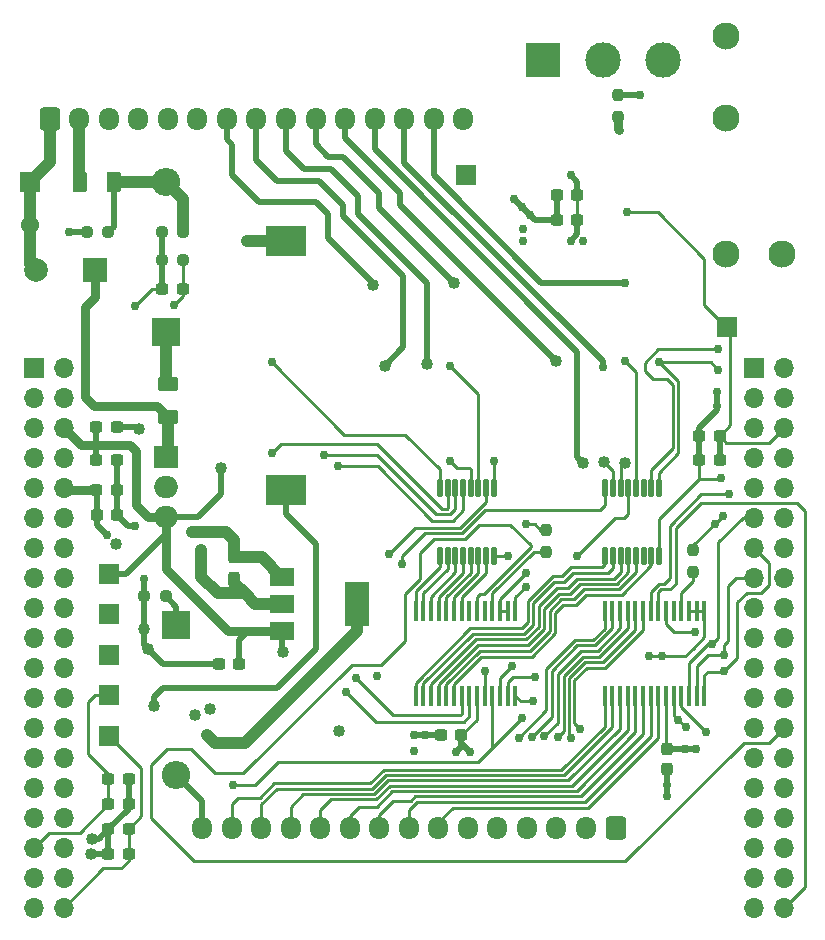
<source format=gtl>
%TF.GenerationSoftware,KiCad,Pcbnew,(5.99.0-13294-g19fc8c6d98)*%
%TF.CreationDate,2021-11-25T20:45:43+01:00*%
%TF.ProjectId,easyrelay,65617379-7265-46c6-9179-2e6b69636164,rev?*%
%TF.SameCoordinates,Original*%
%TF.FileFunction,Copper,L1,Top*%
%TF.FilePolarity,Positive*%
%FSLAX46Y46*%
G04 Gerber Fmt 4.6, Leading zero omitted, Abs format (unit mm)*
G04 Created by KiCad (PCBNEW (5.99.0-13294-g19fc8c6d98)) date 2021-11-25 20:45:43*
%MOMM*%
%LPD*%
G01*
G04 APERTURE LIST*
G04 Aperture macros list*
%AMRoundRect*
0 Rectangle with rounded corners*
0 $1 Rounding radius*
0 $2 $3 $4 $5 $6 $7 $8 $9 X,Y pos of 4 corners*
0 Add a 4 corners polygon primitive as box body*
4,1,4,$2,$3,$4,$5,$6,$7,$8,$9,$2,$3,0*
0 Add four circle primitives for the rounded corners*
1,1,$1+$1,$2,$3*
1,1,$1+$1,$4,$5*
1,1,$1+$1,$6,$7*
1,1,$1+$1,$8,$9*
0 Add four rect primitives between the rounded corners*
20,1,$1+$1,$2,$3,$4,$5,0*
20,1,$1+$1,$4,$5,$6,$7,0*
20,1,$1+$1,$6,$7,$8,$9,0*
20,1,$1+$1,$8,$9,$2,$3,0*%
G04 Aperture macros list end*
%TA.AperFunction,ComponentPad*%
%ADD10R,1.700000X1.700000*%
%TD*%
%TA.AperFunction,SMDPad,CuDef*%
%ADD11RoundRect,0.112500X0.112500X-0.637500X0.112500X0.637500X-0.112500X0.637500X-0.112500X-0.637500X0*%
%TD*%
%TA.AperFunction,ComponentPad*%
%ADD12O,1.700000X1.700000*%
%TD*%
%TA.AperFunction,SMDPad,CuDef*%
%ADD13R,3.500000X2.600000*%
%TD*%
%TA.AperFunction,SMDPad,CuDef*%
%ADD14RoundRect,0.237500X-0.250000X-0.237500X0.250000X-0.237500X0.250000X0.237500X-0.250000X0.237500X0*%
%TD*%
%TA.AperFunction,SMDPad,CuDef*%
%ADD15RoundRect,0.237500X0.300000X0.237500X-0.300000X0.237500X-0.300000X-0.237500X0.300000X-0.237500X0*%
%TD*%
%TA.AperFunction,SMDPad,CuDef*%
%ADD16RoundRect,0.237500X0.237500X-0.250000X0.237500X0.250000X-0.237500X0.250000X-0.237500X-0.250000X0*%
%TD*%
%TA.AperFunction,SMDPad,CuDef*%
%ADD17RoundRect,0.237500X0.237500X-0.300000X0.237500X0.300000X-0.237500X0.300000X-0.237500X-0.300000X0*%
%TD*%
%TA.AperFunction,SMDPad,CuDef*%
%ADD18RoundRect,0.237500X-0.237500X0.300000X-0.237500X-0.300000X0.237500X-0.300000X0.237500X0.300000X0*%
%TD*%
%TA.AperFunction,SMDPad,CuDef*%
%ADD19R,0.450000X1.750000*%
%TD*%
%TA.AperFunction,SMDPad,CuDef*%
%ADD20RoundRect,0.237500X0.250000X0.237500X-0.250000X0.237500X-0.250000X-0.237500X0.250000X-0.237500X0*%
%TD*%
%TA.AperFunction,SMDPad,CuDef*%
%ADD21R,2.000000X1.500000*%
%TD*%
%TA.AperFunction,SMDPad,CuDef*%
%ADD22R,2.000000X3.800000*%
%TD*%
%TA.AperFunction,ComponentPad*%
%ADD23R,2.400000X2.400000*%
%TD*%
%TA.AperFunction,ComponentPad*%
%ADD24O,2.400000X2.400000*%
%TD*%
%TA.AperFunction,SMDPad,CuDef*%
%ADD25RoundRect,0.237500X-0.300000X-0.237500X0.300000X-0.237500X0.300000X0.237500X-0.300000X0.237500X0*%
%TD*%
%TA.AperFunction,ComponentPad*%
%ADD26RoundRect,0.250000X0.600000X0.725000X-0.600000X0.725000X-0.600000X-0.725000X0.600000X-0.725000X0*%
%TD*%
%TA.AperFunction,ComponentPad*%
%ADD27O,1.700000X1.950000*%
%TD*%
%TA.AperFunction,SMDPad,CuDef*%
%ADD28RoundRect,0.250000X-0.375000X-0.625000X0.375000X-0.625000X0.375000X0.625000X-0.375000X0.625000X0*%
%TD*%
%TA.AperFunction,ComponentPad*%
%ADD29RoundRect,0.250000X-0.600000X-0.725000X0.600000X-0.725000X0.600000X0.725000X-0.600000X0.725000X0*%
%TD*%
%TA.AperFunction,SMDPad,CuDef*%
%ADD30RoundRect,0.250000X-0.625000X0.375000X-0.625000X-0.375000X0.625000X-0.375000X0.625000X0.375000X0*%
%TD*%
%TA.AperFunction,ComponentPad*%
%ADD31R,3.000000X3.000000*%
%TD*%
%TA.AperFunction,ComponentPad*%
%ADD32C,3.000000*%
%TD*%
%TA.AperFunction,ComponentPad*%
%ADD33C,2.300000*%
%TD*%
%TA.AperFunction,ComponentPad*%
%ADD34R,2.000000X2.000000*%
%TD*%
%TA.AperFunction,ComponentPad*%
%ADD35C,2.000000*%
%TD*%
%TA.AperFunction,ComponentPad*%
%ADD36R,2.000000X1.905000*%
%TD*%
%TA.AperFunction,ComponentPad*%
%ADD37O,2.000000X1.905000*%
%TD*%
%TA.AperFunction,ViaPad*%
%ADD38C,1.524000*%
%TD*%
%TA.AperFunction,ViaPad*%
%ADD39C,1.016000*%
%TD*%
%TA.AperFunction,ViaPad*%
%ADD40C,0.762000*%
%TD*%
%TA.AperFunction,ViaPad*%
%ADD41C,0.800000*%
%TD*%
%TA.AperFunction,Conductor*%
%ADD42C,1.016000*%
%TD*%
%TA.AperFunction,Conductor*%
%ADD43C,0.508000*%
%TD*%
%TA.AperFunction,Conductor*%
%ADD44C,0.254000*%
%TD*%
%TA.AperFunction,Conductor*%
%ADD45C,0.762000*%
%TD*%
G04 APERTURE END LIST*
D10*
%TO.P,TPGND,1,1*%
%TO.N,GND*%
X107900000Y-60300000D03*
%TD*%
%TO.P,TP5V,1,1*%
%TO.N,+5V*%
X114652000Y-93504000D03*
%TD*%
%TO.P,TP3V3,1,1*%
%TO.N,+3V3*%
X114652000Y-96933000D03*
%TD*%
%TO.P,TPRPM,1,1*%
%TO.N,Net-(R4-Pad2)*%
X114652000Y-100362000D03*
%TD*%
%TO.P,TPBAT,1,1*%
%TO.N,/VBAT*%
X114652000Y-103791000D03*
%TD*%
%TO.P,TPACC,1,1*%
%TO.N,/VACCU*%
X114652000Y-107220000D03*
%TD*%
%TO.P,J3,1,Pin_1*%
%TO.N,Net-(J2-Pad15)*%
X144800000Y-59722000D03*
%TD*%
%TO.P,TPCUR,1,1*%
%TO.N,/VCURRENT*%
X166900000Y-72600000D03*
%TD*%
D11*
%TO.P,U2,1,I1*%
%TO.N,/RIF_D*%
X156625000Y-91962500D03*
%TO.P,U2,2,I2*%
%TO.N,/RIB_D*%
X157275000Y-91962500D03*
%TO.P,U2,3,I3*%
%TO.N,/LIF_D*%
X157925000Y-91962500D03*
%TO.P,U2,4,I4*%
%TO.N,/LIB_D*%
X158575000Y-91962500D03*
%TO.P,U2,5,I5*%
%TO.N,/LIGHT_D*%
X159225000Y-91962500D03*
%TO.P,U2,6,I6*%
%TO.N,unconnected-(U2-Pad6)*%
X159875000Y-91962500D03*
%TO.P,U2,7,I7*%
%TO.N,/CLAXON_D*%
X160525000Y-91962500D03*
%TO.P,U2,8,GND*%
%TO.N,GND*%
X161175000Y-91962500D03*
%TO.P,U2,9,COM*%
%TO.N,+5V*%
X161175000Y-86237500D03*
%TO.P,U2,10,O7*%
%TO.N,/CLAXON_R*%
X160525000Y-86237500D03*
%TO.P,U2,11,O6*%
%TO.N,unconnected-(U2-Pad11)*%
X159875000Y-86237500D03*
%TO.P,U2,12,O5*%
%TO.N,/LIGHT_R*%
X159225000Y-86237500D03*
%TO.P,U2,13,O4*%
%TO.N,/LIB_R*%
X158575000Y-86237500D03*
%TO.P,U2,14,O3*%
%TO.N,/LIF_R*%
X157925000Y-86237500D03*
%TO.P,U2,15,O2*%
%TO.N,/RIB_R*%
X157275000Y-86237500D03*
%TO.P,U2,16,O1*%
%TO.N,/RIF_R*%
X156625000Y-86237500D03*
%TD*%
D10*
%TO.P,J4,1,Pin_1*%
%TO.N,unconnected-(J4-Pad1)*%
X108250000Y-76030000D03*
D12*
%TO.P,J4,2,Pin_2*%
%TO.N,unconnected-(J4-Pad2)*%
X110790000Y-76030000D03*
%TO.P,J4,3,Pin_3*%
%TO.N,unconnected-(J4-Pad3)*%
X108250000Y-78570000D03*
%TO.P,J4,4,Pin_4*%
%TO.N,unconnected-(J4-Pad4)*%
X110790000Y-78570000D03*
%TO.P,J4,5,Pin_5*%
%TO.N,unconnected-(J4-Pad5)*%
X108250000Y-81110000D03*
%TO.P,J4,6,Pin_6*%
%TO.N,+5V*%
X110790000Y-81110000D03*
%TO.P,J4,7,Pin_7*%
%TO.N,unconnected-(J4-Pad7)*%
X108250000Y-83650000D03*
%TO.P,J4,8,Pin_8*%
%TO.N,GND*%
X110790000Y-83650000D03*
%TO.P,J4,9,Pin_9*%
%TO.N,/XTRA4_D*%
X108250000Y-86190000D03*
%TO.P,J4,10,Pin_10*%
%TO.N,+3V3*%
X110790000Y-86190000D03*
%TO.P,J4,11,Pin_11*%
%TO.N,/XTRA5_D*%
X108250000Y-88730000D03*
%TO.P,J4,12,Pin_12*%
%TO.N,unconnected-(J4-Pad12)*%
X110790000Y-88730000D03*
%TO.P,J4,13,Pin_13*%
%TO.N,unconnected-(J4-Pad13)*%
X108250000Y-91270000D03*
%TO.P,J4,14,Pin_14*%
%TO.N,unconnected-(J4-Pad14)*%
X110790000Y-91270000D03*
%TO.P,J4,15,Pin_15*%
%TO.N,unconnected-(J4-Pad15)*%
X108250000Y-93810000D03*
%TO.P,J4,16,Pin_16*%
%TO.N,unconnected-(J4-Pad16)*%
X110790000Y-93810000D03*
%TO.P,J4,17,Pin_17*%
%TO.N,unconnected-(J4-Pad17)*%
X108250000Y-96350000D03*
%TO.P,J4,18,Pin_18*%
%TO.N,unconnected-(J4-Pad18)*%
X110790000Y-96350000D03*
%TO.P,J4,19,Pin_19*%
%TO.N,GND*%
X108250000Y-98890000D03*
%TO.P,J4,20,Pin_20*%
X110790000Y-98890000D03*
%TO.P,J4,21,Pin_21*%
%TO.N,unconnected-(J4-Pad21)*%
X108250000Y-101430000D03*
%TO.P,J4,22,Pin_22*%
%TO.N,GND*%
X110790000Y-101430000D03*
%TO.P,J4,23,Pin_23*%
%TO.N,unconnected-(J4-Pad23)*%
X108250000Y-103970000D03*
%TO.P,J4,24,Pin_24*%
%TO.N,unconnected-(J4-Pad24)*%
X110790000Y-103970000D03*
%TO.P,J4,25,Pin_25*%
%TO.N,unconnected-(J4-Pad25)*%
X108250000Y-106510000D03*
%TO.P,J4,26,Pin_26*%
%TO.N,unconnected-(J4-Pad26)*%
X110790000Y-106510000D03*
%TO.P,J4,27,Pin_27*%
%TO.N,unconnected-(J4-Pad27)*%
X108250000Y-109050000D03*
%TO.P,J4,28,Pin_28*%
%TO.N,unconnected-(J4-Pad28)*%
X110790000Y-109050000D03*
%TO.P,J4,29,Pin_29*%
%TO.N,unconnected-(J4-Pad29)*%
X108250000Y-111590000D03*
%TO.P,J4,30,Pin_30*%
%TO.N,unconnected-(J4-Pad30)*%
X110790000Y-111590000D03*
%TO.P,J4,31,Pin_31*%
%TO.N,unconnected-(J4-Pad31)*%
X108250000Y-114130000D03*
%TO.P,J4,32,Pin_32*%
%TO.N,/SPI1_CS*%
X110790000Y-114130000D03*
%TO.P,J4,33,Pin_33*%
%TO.N,/VBAT*%
X108250000Y-116670000D03*
%TO.P,J4,34,Pin_34*%
%TO.N,unconnected-(J4-Pad34)*%
X110790000Y-116670000D03*
%TO.P,J4,35,Pin_35*%
%TO.N,unconnected-(J4-Pad35)*%
X108250000Y-119210000D03*
%TO.P,J4,36,Pin_36*%
%TO.N,unconnected-(J4-Pad36)*%
X110790000Y-119210000D03*
%TO.P,J4,37,Pin_37*%
%TO.N,unconnected-(J4-Pad37)*%
X108250000Y-121750000D03*
%TO.P,J4,38,Pin_38*%
%TO.N,/VACCU*%
X110790000Y-121750000D03*
%TD*%
D13*
%TO.P,BT1,1,+*%
%TO.N,/VBAT*%
X129638000Y-86410000D03*
%TO.P,BT1,2,-*%
%TO.N,GND*%
X129638000Y-65310000D03*
%TD*%
D14*
%TO.P,R2,1*%
%TO.N,/VACCU*%
X119073500Y-66961000D03*
%TO.P,R2,2*%
%TO.N,GND*%
X120898500Y-66961000D03*
%TD*%
D15*
%TO.P,C18,1*%
%TO.N,/VACCU*%
X116276500Y-115094000D03*
%TO.P,C18,2*%
%TO.N,GND*%
X114551500Y-115094000D03*
%TD*%
D16*
%TO.P,R8,1*%
%TO.N,Net-(R8-Pad1)*%
X151650000Y-91612500D03*
%TO.P,R8,2*%
%TO.N,+3V3*%
X151650000Y-89787500D03*
%TD*%
D15*
%TO.P,C4,1*%
%TO.N,+5V*%
X125610000Y-101120000D03*
%TO.P,C4,2*%
%TO.N,GND*%
X123885000Y-101120000D03*
%TD*%
D17*
%TO.P,C5,1*%
%TO.N,+3V3*%
X125180000Y-93822500D03*
%TO.P,C5,2*%
%TO.N,GND*%
X125180000Y-92097500D03*
%TD*%
D18*
%TO.P,C2,1*%
%TO.N,+3V3*%
X161840000Y-108287500D03*
%TO.P,C2,2*%
%TO.N,GND*%
X161840000Y-110012500D03*
%TD*%
D19*
%TO.P,U9,1,GPB0*%
%TO.N,/RIF_D*%
X140575000Y-103800000D03*
%TO.P,U9,2,GPB1*%
%TO.N,/RIB_D*%
X141225000Y-103800000D03*
%TO.P,U9,3,GPB2*%
%TO.N,/LIF_D*%
X141875000Y-103800000D03*
%TO.P,U9,4,GPB3*%
%TO.N,/LIB_D*%
X142525000Y-103800000D03*
%TO.P,U9,5,GPB4*%
%TO.N,/LIGHT_D*%
X143175000Y-103800000D03*
%TO.P,U9,6,GPB5*%
%TO.N,/CLAXON_D*%
X143825000Y-103800000D03*
%TO.P,U9,7,GPB6*%
%TO.N,/XTRA4_D*%
X144475000Y-103800000D03*
%TO.P,U9,8,GPB7*%
%TO.N,/XTRA5_D*%
X145125000Y-103800000D03*
%TO.P,U9,9,VDD*%
%TO.N,+3V3*%
X145775000Y-103800000D03*
%TO.P,U9,10,VSS*%
%TO.N,GND*%
X146425000Y-103800000D03*
%TO.P,U9,11,~{CS}*%
%TO.N,/SPI1_CS*%
X147075000Y-103800000D03*
%TO.P,U9,12,SCK*%
%TO.N,/SPI1_SCK*%
X147725000Y-103800000D03*
%TO.P,U9,13,SI*%
%TO.N,/SPI1_MOSI*%
X148375000Y-103800000D03*
%TO.P,U9,14,SO*%
%TO.N,/SPI1_MISO*%
X149025000Y-103800000D03*
%TO.P,U9,15,A0*%
%TO.N,+3V3*%
X149025000Y-96600000D03*
%TO.P,U9,16,A1*%
%TO.N,GND*%
X148375000Y-96600000D03*
%TO.P,U9,17,A2*%
X147725000Y-96600000D03*
%TO.P,U9,18,~{RESET}*%
%TO.N,Net-(R8-Pad1)*%
X147075000Y-96600000D03*
%TO.P,U9,19,INTB*%
%TO.N,unconnected-(U9-Pad19)*%
X146425000Y-96600000D03*
%TO.P,U9,20,INTA*%
%TO.N,/INT_RELAYS*%
X145775000Y-96600000D03*
%TO.P,U9,21,GPA0*%
%TO.N,unconnected-(U9-Pad21)*%
X145125000Y-96600000D03*
%TO.P,U9,22,GPA1*%
%TO.N,/XTRA3_D*%
X144475000Y-96600000D03*
%TO.P,U9,23,GPA2*%
%TO.N,/PILOT_D*%
X143825000Y-96600000D03*
%TO.P,U9,24,GPA3*%
%TO.N,/XTRA2_D*%
X143175000Y-96600000D03*
%TO.P,U9,25,GPA4*%
%TO.N,/XTRA1_D*%
X142525000Y-96600000D03*
%TO.P,U9,26,GPA5*%
%TO.N,/PITSTA_D*%
X141875000Y-96600000D03*
%TO.P,U9,27,GPA6*%
%TO.N,/PITIND_D*%
X141225000Y-96600000D03*
%TO.P,U9,28,GPA7*%
%TO.N,/BRAKE_D*%
X140575000Y-96600000D03*
%TD*%
D16*
%TO.P,R3,1*%
%TO.N,Net-(R3-Pad1)*%
X164100009Y-93312489D03*
%TO.P,R3,2*%
%TO.N,+3V3*%
X164100009Y-91487489D03*
%TD*%
D20*
%TO.P,RV2,1*%
%TO.N,Net-(D2-Pad1)*%
X119412500Y-95410000D03*
%TO.P,RV2,2*%
%TO.N,GND*%
X117587500Y-95410000D03*
%TD*%
D21*
%TO.P,U3,1,GND*%
%TO.N,GND*%
X129282000Y-93744000D03*
D22*
%TO.P,U3,2,VO*%
%TO.N,+3V3*%
X135582000Y-96044000D03*
D21*
X129282000Y-96044000D03*
%TO.P,U3,3,VI*%
%TO.N,+5V*%
X129282000Y-98344000D03*
%TD*%
D15*
%TO.P,C13,1*%
%TO.N,GND*%
X115259834Y-86392000D03*
%TO.P,C13,2*%
%TO.N,+3V3*%
X113534834Y-86392000D03*
%TD*%
%TO.P,C14,1*%
%TO.N,GND*%
X115332500Y-88500000D03*
%TO.P,C14,2*%
%TO.N,+3V3*%
X113607500Y-88500000D03*
%TD*%
D23*
%TO.P,D2,1,K*%
%TO.N,Net-(D2-Pad1)*%
X120300000Y-97850000D03*
D24*
%TO.P,D2,2,A*%
%TO.N,/RPM_IN*%
X120300000Y-110550000D03*
%TD*%
D25*
%TO.P,C10,1*%
%TO.N,+5V*%
X113536166Y-81058000D03*
%TO.P,C10,2*%
%TO.N,GND*%
X115261166Y-81058000D03*
%TD*%
%TO.P,C12,1*%
%TO.N,GND*%
X164589500Y-81820000D03*
%TO.P,C12,2*%
%TO.N,/VCURRENT*%
X166314500Y-81820000D03*
%TD*%
D26*
%TO.P,J5,1,Pin_1*%
%TO.N,/S_XTRA1*%
X157500000Y-115000000D03*
D27*
%TO.P,J5,2,Pin_2*%
%TO.N,/S_ALARM*%
X155000000Y-115000000D03*
%TO.P,J5,3,Pin_3*%
%TO.N,/S_WARNING*%
X152500000Y-115000000D03*
%TO.P,J5,4,Pin_4*%
%TO.N,/S_IGN*%
X150000000Y-115000000D03*
%TO.P,J5,5,Pin_5*%
%TO.N,/S_LIGHT*%
X147500000Y-115000000D03*
%TO.P,J5,6,Pin_6*%
%TO.N,/S_PILOT*%
X145000000Y-115000000D03*
%TO.P,J5,7,Pin_7*%
%TO.N,/S_CLAXON*%
X142500000Y-115000000D03*
%TO.P,J5,8,Pin_8*%
%TO.N,/S_RI*%
X140000000Y-115000000D03*
%TO.P,J5,9,Pin_9*%
%TO.N,/S_LI*%
X137500000Y-115000000D03*
%TO.P,J5,10,Pin_10*%
%TO.N,/S_BRAKE*%
X135000000Y-115000000D03*
%TO.P,J5,11,Pin_11*%
%TO.N,/S_G4*%
X132500000Y-115000000D03*
%TO.P,J5,12,Pin_12*%
%TO.N,/S_G3*%
X130000000Y-115000000D03*
%TO.P,J5,13,Pin_13*%
%TO.N,/S_G2*%
X127500000Y-115000000D03*
%TO.P,J5,14,Pin_14*%
%TO.N,/S_G1*%
X125000000Y-115000000D03*
%TO.P,J5,15,Pin_15*%
%TO.N,/RPM_IN*%
X122500000Y-115000000D03*
%TD*%
D11*
%TO.P,U5,1,I1*%
%TO.N,/BRAKE_D*%
X142625000Y-91962500D03*
%TO.P,U5,2,I2*%
%TO.N,/PITIND_D*%
X143275000Y-91962500D03*
%TO.P,U5,3,I3*%
%TO.N,/PITSTA_D*%
X143925000Y-91962500D03*
%TO.P,U5,4,I4*%
%TO.N,/XTRA1_D*%
X144575000Y-91962500D03*
%TO.P,U5,5,I5*%
%TO.N,/XTRA2_D*%
X145225000Y-91962500D03*
%TO.P,U5,6,I6*%
%TO.N,/PILOT_D*%
X145875000Y-91962500D03*
%TO.P,U5,7,I7*%
%TO.N,/XTRA3_D*%
X146525000Y-91962500D03*
%TO.P,U5,8,GND*%
%TO.N,GND*%
X147175000Y-91962500D03*
%TO.P,U5,9,COM*%
%TO.N,+5V*%
X147175000Y-86237500D03*
%TO.P,U5,10,O7*%
%TO.N,/XTRA3_R*%
X146525000Y-86237500D03*
%TO.P,U5,11,O6*%
%TO.N,/PILOT_R*%
X145875000Y-86237500D03*
%TO.P,U5,12,O5*%
%TO.N,/XTRA2_R*%
X145225000Y-86237500D03*
%TO.P,U5,13,O4*%
%TO.N,/XTRA1_R*%
X144575000Y-86237500D03*
%TO.P,U5,14,O3*%
%TO.N,/PITSTA_R*%
X143925000Y-86237500D03*
%TO.P,U5,15,O2*%
%TO.N,/PITIND_R*%
X143275000Y-86237500D03*
%TO.P,U5,16,O1*%
%TO.N,/BRAKE_R*%
X142625000Y-86237500D03*
%TD*%
D15*
%TO.P,C15,1*%
%TO.N,/VCURRENT*%
X166314500Y-83819531D03*
%TO.P,C15,2*%
%TO.N,GND*%
X164589500Y-83819531D03*
%TD*%
D28*
%TO.P,F1,1*%
%TO.N,+12P*%
X112200000Y-60300000D03*
%TO.P,F1,2*%
%TO.N,Net-(D1-Pad2)*%
X115000000Y-60300000D03*
%TD*%
D20*
%TO.P,R1,1*%
%TO.N,Net-(D1-Pad2)*%
X120898500Y-64548000D03*
%TO.P,R1,2*%
%TO.N,/VACCU*%
X119073500Y-64548000D03*
%TD*%
D25*
%TO.P,C16,1*%
%TO.N,/VBAT*%
X114551500Y-110894000D03*
%TO.P,C16,2*%
%TO.N,GND*%
X116276500Y-110894000D03*
%TD*%
%TO.P,C17,1*%
%TO.N,/VBAT*%
X114551500Y-112994000D03*
%TO.P,C17,2*%
%TO.N,GND*%
X116276500Y-112994000D03*
%TD*%
D15*
%TO.P,C9,1*%
%TO.N,+3V3*%
X154262500Y-61432000D03*
%TO.P,C9,2*%
%TO.N,GND*%
X152537500Y-61432000D03*
%TD*%
D25*
%TO.P,C8,1*%
%TO.N,GND*%
X152537500Y-63532000D03*
%TO.P,C8,2*%
%TO.N,+3V3*%
X154262500Y-63532000D03*
%TD*%
%TO.P,C11,1*%
%TO.N,+5V*%
X113535500Y-83852000D03*
%TO.P,C11,2*%
%TO.N,GND*%
X115260500Y-83852000D03*
%TD*%
D10*
%TO.P,J6,1,Pin_1*%
%TO.N,unconnected-(J6-Pad1)*%
X169210000Y-76030000D03*
D12*
%TO.P,J6,2,Pin_2*%
%TO.N,unconnected-(J6-Pad2)*%
X171750000Y-76030000D03*
%TO.P,J6,3,Pin_3*%
%TO.N,unconnected-(J6-Pad3)*%
X169210000Y-78570000D03*
%TO.P,J6,4,Pin_4*%
%TO.N,unconnected-(J6-Pad4)*%
X171750000Y-78570000D03*
%TO.P,J6,5,Pin_5*%
%TO.N,unconnected-(J6-Pad5)*%
X169210000Y-81110000D03*
%TO.P,J6,6,Pin_6*%
%TO.N,/VCURRENT*%
X171750000Y-81110000D03*
%TO.P,J6,7,Pin_7*%
%TO.N,unconnected-(J6-Pad7)*%
X169210000Y-83650000D03*
%TO.P,J6,8,Pin_8*%
%TO.N,unconnected-(J6-Pad8)*%
X171750000Y-83650000D03*
%TO.P,J6,9,Pin_9*%
%TO.N,GND*%
X169210000Y-86190000D03*
%TO.P,J6,10,Pin_10*%
%TO.N,unconnected-(J6-Pad10)*%
X171750000Y-86190000D03*
%TO.P,J6,11,Pin_11*%
%TO.N,/SPI1_SCK*%
X169210000Y-88730000D03*
%TO.P,J6,12,Pin_12*%
%TO.N,unconnected-(J6-Pad12)*%
X171750000Y-88730000D03*
%TO.P,J6,13,Pin_13*%
%TO.N,/SPI1_MISO*%
X169210000Y-91270000D03*
%TO.P,J6,14,Pin_14*%
%TO.N,unconnected-(J6-Pad14)*%
X171750000Y-91270000D03*
%TO.P,J6,15,Pin_15*%
%TO.N,/SPI1_MOSI*%
X169210000Y-93810000D03*
%TO.P,J6,16,Pin_16*%
%TO.N,unconnected-(J6-Pad16)*%
X171750000Y-93810000D03*
%TO.P,J6,17,Pin_17*%
%TO.N,unconnected-(J6-Pad17)*%
X169210000Y-96350000D03*
%TO.P,J6,18,Pin_18*%
%TO.N,unconnected-(J6-Pad18)*%
X171750000Y-96350000D03*
%TO.P,J6,19,Pin_19*%
%TO.N,unconnected-(J6-Pad19)*%
X169210000Y-98890000D03*
%TO.P,J6,20,Pin_20*%
%TO.N,GND*%
X171750000Y-98890000D03*
%TO.P,J6,21,Pin_21*%
%TO.N,unconnected-(J6-Pad21)*%
X169210000Y-101430000D03*
%TO.P,J6,22,Pin_22*%
%TO.N,unconnected-(J6-Pad22)*%
X171750000Y-101430000D03*
%TO.P,J6,23,Pin_23*%
%TO.N,unconnected-(J6-Pad23)*%
X169210000Y-103970000D03*
%TO.P,J6,24,Pin_24*%
%TO.N,/INT_SENSES*%
X171750000Y-103970000D03*
%TO.P,J6,25,Pin_25*%
%TO.N,unconnected-(J6-Pad25)*%
X169210000Y-106510000D03*
%TO.P,J6,26,Pin_26*%
%TO.N,/INT_RELAYS*%
X171750000Y-106510000D03*
%TO.P,J6,27,Pin_27*%
%TO.N,unconnected-(J6-Pad27)*%
X169210000Y-109050000D03*
%TO.P,J6,28,Pin_28*%
%TO.N,unconnected-(J6-Pad28)*%
X171750000Y-109050000D03*
%TO.P,J6,29,Pin_29*%
%TO.N,unconnected-(J6-Pad29)*%
X169210000Y-111590000D03*
%TO.P,J6,30,Pin_30*%
%TO.N,unconnected-(J6-Pad30)*%
X171750000Y-111590000D03*
%TO.P,J6,31,Pin_31*%
%TO.N,unconnected-(J6-Pad31)*%
X169210000Y-114130000D03*
%TO.P,J6,32,Pin_32*%
%TO.N,unconnected-(J6-Pad32)*%
X171750000Y-114130000D03*
%TO.P,J6,33,Pin_33*%
%TO.N,unconnected-(J6-Pad33)*%
X169210000Y-116670000D03*
%TO.P,J6,34,Pin_34*%
%TO.N,/RPM_OUT*%
X171750000Y-116670000D03*
%TO.P,J6,35,Pin_35*%
%TO.N,unconnected-(J6-Pad35)*%
X169210000Y-119210000D03*
%TO.P,J6,36,Pin_36*%
%TO.N,/S_XTRA2*%
X171750000Y-119210000D03*
%TO.P,J6,37,Pin_37*%
%TO.N,unconnected-(J6-Pad37)*%
X169210000Y-121750000D03*
%TO.P,J6,38,Pin_38*%
%TO.N,/S_XTRA3*%
X171750000Y-121750000D03*
%TD*%
D20*
%TO.P,RV1,1*%
%TO.N,Net-(D1-Pad2)*%
X114548500Y-64548000D03*
%TO.P,RV1,2*%
%TO.N,GND*%
X112723500Y-64548000D03*
%TD*%
D19*
%TO.P,U4,1,GPB0*%
%TO.N,/S_G1*%
X156575000Y-103800000D03*
%TO.P,U4,2,GPB1*%
%TO.N,/S_G2*%
X157225000Y-103800000D03*
%TO.P,U4,3,GPB2*%
%TO.N,/S_G3*%
X157875000Y-103800000D03*
%TO.P,U4,4,GPB3*%
%TO.N,/S_G4*%
X158525000Y-103800000D03*
%TO.P,U4,5,GPB4*%
%TO.N,/S_BRAKE*%
X159175000Y-103800000D03*
%TO.P,U4,6,GPB5*%
%TO.N,/S_LI*%
X159825000Y-103800000D03*
%TO.P,U4,7,GPB6*%
%TO.N,/S_RI*%
X160475000Y-103800000D03*
%TO.P,U4,8,GPB7*%
%TO.N,/S_CLAXON*%
X161125000Y-103800000D03*
%TO.P,U4,9,VDD*%
%TO.N,+3V3*%
X161775000Y-103800000D03*
%TO.P,U4,10,VSS*%
%TO.N,GND*%
X162425000Y-103800000D03*
%TO.P,U4,11,~{CS}*%
%TO.N,/SPI1_CS*%
X163075000Y-103800000D03*
%TO.P,U4,12,SCK*%
%TO.N,/SPI1_SCK*%
X163725000Y-103800000D03*
%TO.P,U4,13,SI*%
%TO.N,/SPI1_MOSI*%
X164375000Y-103800000D03*
%TO.P,U4,14,SO*%
%TO.N,/SPI1_MISO*%
X165025000Y-103800000D03*
%TO.P,U4,15,A0*%
%TO.N,GND*%
X165025000Y-96600000D03*
%TO.P,U4,16,A1*%
X164375000Y-96600000D03*
%TO.P,U4,17,A2*%
X163725000Y-96600000D03*
%TO.P,U4,18,~{RESET}*%
%TO.N,Net-(R3-Pad1)*%
X163075000Y-96600000D03*
%TO.P,U4,19,INTB*%
%TO.N,unconnected-(U4-Pad19)*%
X162425000Y-96600000D03*
%TO.P,U4,20,INTA*%
%TO.N,/INT_SENSES*%
X161775000Y-96600000D03*
%TO.P,U4,21,GPA0*%
%TO.N,/S_XTRA3*%
X161125000Y-96600000D03*
%TO.P,U4,22,GPA1*%
%TO.N,/S_XTRA2*%
X160475000Y-96600000D03*
%TO.P,U4,23,GPA2*%
%TO.N,/S_XTRA1*%
X159825000Y-96600000D03*
%TO.P,U4,24,GPA3*%
%TO.N,/S_ALARM*%
X159175000Y-96600000D03*
%TO.P,U4,25,GPA4*%
%TO.N,/S_WARNING*%
X158525000Y-96600000D03*
%TO.P,U4,26,GPA5*%
%TO.N,/S_IGN*%
X157875000Y-96600000D03*
%TO.P,U4,27,GPA6*%
%TO.N,/S_LIGHT*%
X157225000Y-96600000D03*
%TO.P,U4,28,GPA7*%
%TO.N,/S_PILOT*%
X156575000Y-96600000D03*
%TD*%
D25*
%TO.P,C3,1*%
%TO.N,/VACCU*%
X119123500Y-69374000D03*
%TO.P,C3,2*%
%TO.N,GND*%
X120848500Y-69374000D03*
%TD*%
D29*
%TO.P,J2,1,Pin_1*%
%TO.N,GND*%
X109600000Y-55000000D03*
D27*
%TO.P,J2,2,Pin_2*%
%TO.N,+12P*%
X112100000Y-55000000D03*
%TO.P,J2,3,Pin_3*%
%TO.N,/R_XTRA1*%
X114600000Y-55000000D03*
%TO.P,J2,4,Pin_4*%
%TO.N,/R_PITSTA*%
X117100000Y-55000000D03*
%TO.P,J2,5,Pin_5*%
%TO.N,/R_PITIND*%
X119600000Y-55000000D03*
%TO.P,J2,6,Pin_6*%
%TO.N,/R_BRAKE*%
X122100000Y-55000000D03*
%TO.P,J2,7,Pin_7*%
%TO.N,/R_RIF*%
X124600000Y-55000000D03*
%TO.P,J2,8,Pin_8*%
%TO.N,/R_XTRA3*%
X127100000Y-55000000D03*
%TO.P,J2,9,Pin_9*%
%TO.N,/R_XTRA2*%
X129600000Y-55000000D03*
%TO.P,J2,10,Pin_10*%
%TO.N,/R_PILOT*%
X132100000Y-55000000D03*
%TO.P,J2,11,Pin_11*%
%TO.N,/R_LIB*%
X134600000Y-55000000D03*
%TO.P,J2,12,Pin_12*%
%TO.N,/R_LIF*%
X137100000Y-55000000D03*
%TO.P,J2,13,Pin_13*%
%TO.N,/R_RIB*%
X139600000Y-55000000D03*
%TO.P,J2,14,Pin_14*%
%TO.N,/R_LIGHT*%
X142100000Y-55000000D03*
%TO.P,J2,15,Pin_15*%
%TO.N,Net-(J2-Pad15)*%
X144600000Y-55000000D03*
%TD*%
D25*
%TO.P,C19,1*%
%TO.N,GND*%
X114551500Y-117194000D03*
%TO.P,C19,2*%
%TO.N,/VACCU*%
X116276500Y-117194000D03*
%TD*%
D30*
%TO.P,F2,1*%
%TO.N,Net-(D1-Pad1)*%
X119600000Y-77400000D03*
%TO.P,F2,2*%
%TO.N,Net-(C1-Pad1)*%
X119600000Y-80200000D03*
%TD*%
D15*
%TO.P,C7,1*%
%TO.N,+3V3*%
X144442500Y-107180000D03*
%TO.P,C7,2*%
%TO.N,GND*%
X142717500Y-107180000D03*
%TD*%
D16*
%TO.P,RV3,1*%
%TO.N,Net-(F3-Pad2)*%
X157700000Y-54812500D03*
%TO.P,RV3,2*%
%TO.N,GND*%
X157700000Y-52987500D03*
%TD*%
D31*
%TO.P,J1,1,Pin_1*%
%TO.N,+12L*%
X151387500Y-50000000D03*
D32*
%TO.P,J1,2,Pin_2*%
%TO.N,GND*%
X156467500Y-50000000D03*
%TO.P,J1,3,Pin_3*%
%TO.N,/R_CLAXON*%
X161547500Y-50000000D03*
%TD*%
D33*
%TO.P,K13,1*%
%TO.N,/CLAXON_R*%
X166862500Y-66425000D03*
%TO.P,K13,2*%
%TO.N,+12V*%
X166862500Y-54925000D03*
%TO.P,K13,3*%
%TO.N,/R_CLAXON*%
X166862500Y-47925000D03*
%TO.P,K13,4*%
%TO.N,+5V*%
X171562500Y-66425000D03*
%TD*%
D34*
%TO.P,C1,1*%
%TO.N,Net-(C1-Pad1)*%
X113467677Y-67800000D03*
D35*
%TO.P,C1,2*%
%TO.N,GND*%
X108467677Y-67800000D03*
%TD*%
D36*
%TO.P,U1,1,IN*%
%TO.N,Net-(C1-Pad1)*%
X119450000Y-83600000D03*
D37*
%TO.P,U1,2,GND*%
%TO.N,GND*%
X119450000Y-86140000D03*
%TO.P,U1,3,OUT*%
%TO.N,+5V*%
X119450000Y-88680000D03*
%TD*%
D23*
%TO.P,D1,1,K*%
%TO.N,Net-(D1-Pad1)*%
X119478000Y-73050000D03*
D24*
%TO.P,D1,2,A*%
%TO.N,Net-(D1-Pad2)*%
X119478000Y-60350000D03*
%TD*%
D38*
%TO.N,GND*%
X107900000Y-64000000D03*
D39*
%TO.N,+3V3*%
X115200000Y-90980000D03*
D40*
%TO.N,GND*%
X116840000Y-89420000D03*
X166420000Y-85380000D03*
X162790000Y-105830000D03*
X163440000Y-106480000D03*
X161400000Y-100470000D03*
X160370000Y-100470000D03*
X149960000Y-93420000D03*
X148360000Y-91970000D03*
X146430000Y-101710000D03*
X140396283Y-108473717D03*
X137317768Y-102120741D03*
D39*
X134100000Y-106810000D03*
X121883250Y-105473250D03*
X123196000Y-104934000D03*
X117587500Y-98140000D03*
X117905000Y-99845000D03*
X113139999Y-115910000D03*
X113050000Y-117210000D03*
X117190000Y-81260000D03*
X122830000Y-89950000D03*
X121670000Y-89950000D03*
X126532500Y-92097500D03*
X127715000Y-92275000D03*
D40*
%TO.N,/XTRA1_R*%
X133990000Y-84370000D03*
%TO.N,GND*%
X117590000Y-93960000D03*
%TO.N,+3V3*%
X145162616Y-108574293D03*
X144020000Y-108570000D03*
%TO.N,GND*%
X141410000Y-107180000D03*
X140396283Y-107176500D03*
%TO.N,+3V3*%
X149950000Y-89310000D03*
X149910000Y-94590000D03*
%TO.N,GND*%
X161850000Y-111370000D03*
X161840000Y-112296881D03*
%TO.N,+3V3*%
X163362500Y-108287500D03*
X164307308Y-108299653D03*
X165920000Y-89250000D03*
X166590000Y-88580000D03*
%TO.N,GND*%
X166130000Y-79300000D03*
X166130000Y-78140000D03*
%TO.N,+3V3*%
X154774989Y-65325011D03*
%TO.N,GND*%
X149690000Y-65300000D03*
X149690000Y-64330000D03*
X159587500Y-52987500D03*
%TO.N,+3V3*%
X153710000Y-59730000D03*
X153695000Y-65325000D03*
%TO.N,GND*%
X150300000Y-63130000D03*
X149615000Y-62445000D03*
X148940000Y-61770000D03*
X120110000Y-70730000D03*
X111192000Y-64548000D03*
D39*
X126280000Y-65310000D03*
D40*
%TO.N,+3V3*%
X114420000Y-90200000D03*
D39*
%TO.N,/VBAT*%
X118462000Y-104680000D03*
D40*
%TO.N,/VACCU*%
X116799999Y-70800007D03*
%TO.N,+5V*%
X147199992Y-83900006D03*
D39*
X124100000Y-84500000D03*
X129370000Y-100130000D03*
D40*
X161199989Y-75599997D03*
X166200005Y-76199996D03*
D39*
%TO.N,+3V3*%
X122390000Y-91470000D03*
X122390000Y-92640000D03*
X125420000Y-107790000D03*
X122900000Y-107130000D03*
X126615000Y-107335000D03*
X124050000Y-107790000D03*
D40*
%TO.N,/VCURRENT*%
X158499995Y-62899997D03*
%TO.N,/LIGHT_R*%
X158299995Y-75499997D03*
%TO.N,/PILOT_R*%
X143499999Y-75899997D03*
%TO.N,/BRAKE_R*%
X128399999Y-75599997D03*
D39*
%TO.N,/RIB_R*%
X156500000Y-84000000D03*
D40*
%TO.N,/XTRA2_R*%
X143499999Y-83900006D03*
%TO.N,/PITIND_R*%
X128399999Y-83300007D03*
D39*
%TO.N,/LIF_R*%
X158300000Y-84100000D03*
D40*
%TO.N,/XTRA3_R*%
X138300010Y-91799990D03*
%TO.N,/PITSTA_R*%
X132799995Y-83400007D03*
%TO.N,/LIB_R*%
X154230001Y-92020005D03*
%TO.N,/RIF_R*%
X139400007Y-92634507D03*
%TO.N,/CLAXON_R*%
X166200005Y-74499999D03*
D41*
%TO.N,Net-(F3-Pad2)*%
X157832000Y-55912000D03*
D39*
%TO.N,/R_RIF*%
X137000000Y-69000000D03*
%TO.N,/R_XTRA3*%
X137961500Y-75900000D03*
%TO.N,/R_XTRA2*%
X141576000Y-75724000D03*
%TO.N,/R_PILOT*%
X143862000Y-68866000D03*
%TO.N,/R_LIB*%
X152498000Y-75470000D03*
%TO.N,/R_LIF*%
X154784000Y-84106000D03*
D40*
%TO.N,/R_RIB*%
X156399999Y-75999996D03*
%TO.N,/R_LIGHT*%
X158340000Y-68866000D03*
%TO.N,/SPI1_CS*%
X149600000Y-105700000D03*
X125070000Y-111340000D03*
X165180000Y-106870000D03*
%TO.N,/S_XTRA1*%
X154500000Y-106600000D03*
%TO.N,/S_ALARM*%
X153700000Y-107400000D03*
%TO.N,/S_WARNING*%
X152600000Y-107300000D03*
%TO.N,/S_IGN*%
X151450279Y-107250279D03*
%TO.N,/S_PILOT*%
X149300000Y-107400000D03*
%TO.N,/SPI1_SCK*%
X165700000Y-99400000D03*
X148700000Y-101300000D03*
%TO.N,/SPI1_MISO*%
X166700000Y-101700000D03*
X150500000Y-104300000D03*
%TO.N,/SPI1_MOSI*%
X150700000Y-102200000D03*
X166700000Y-100400000D03*
%TO.N,/INT_SENSES*%
X164230000Y-98440000D03*
%TO.N,/S_XTRA2*%
X167080000Y-86772500D03*
%TO.N,/XTRA5_D*%
X134660000Y-103460000D03*
%TO.N,/S_LIGHT*%
X150400279Y-107300279D03*
%TO.N,/XTRA4_D*%
X135490000Y-102280000D03*
%TD*%
D42*
%TO.N,GND*%
X107900000Y-64000000D02*
X107900000Y-67232323D01*
X107900000Y-60300000D02*
X107900000Y-64000000D01*
X107900000Y-67232323D02*
X108467677Y-67800000D01*
X109600000Y-55000000D02*
X109600000Y-58600000D01*
X109600000Y-58600000D02*
X107900000Y-60300000D01*
D43*
X115259834Y-86392000D02*
X115259834Y-88427334D01*
X161850000Y-111370000D02*
X161840000Y-111380000D01*
X161840000Y-111380000D02*
X161840000Y-112296881D01*
X117587500Y-98140000D02*
X117587500Y-95410000D01*
D44*
%TO.N,/INT_RELAYS*%
X139660000Y-95198626D02*
X139660000Y-99170000D01*
X140915687Y-91724313D02*
X140915687Y-93942939D01*
X140915687Y-93942939D02*
X139660000Y-95198626D01*
X168340000Y-107790000D02*
X170470000Y-107790000D01*
X142132960Y-90507040D02*
X140915687Y-91724313D01*
X144717082Y-90507040D02*
X142132960Y-90507040D01*
X145904122Y-89320000D02*
X144717082Y-90507040D01*
X148570000Y-89320000D02*
X145904122Y-89320000D01*
X139660000Y-99170000D02*
X137640000Y-101190000D01*
X150320000Y-91070000D02*
X148570000Y-89320000D01*
X150320000Y-91251126D02*
X150320000Y-91070000D01*
X145775000Y-95471000D02*
X146063000Y-95183000D01*
X135180000Y-101190000D02*
X125990000Y-110380000D01*
X146388126Y-95183000D02*
X150320000Y-91251126D01*
X121520000Y-108350000D02*
X119530000Y-108350000D01*
X146063000Y-95183000D02*
X146388126Y-95183000D01*
X119530000Y-108350000D02*
X118190000Y-109690000D01*
X145775000Y-96600000D02*
X145775000Y-95471000D01*
X137640000Y-101190000D02*
X135180000Y-101190000D01*
X125990000Y-110380000D02*
X123550000Y-110380000D01*
X123550000Y-110380000D02*
X121520000Y-108350000D01*
X118190000Y-109690000D02*
X118190000Y-114160000D01*
X118190000Y-114160000D02*
X121850000Y-117820000D01*
X121850000Y-117820000D02*
X158310000Y-117820000D01*
X158310000Y-117820000D02*
X168340000Y-107790000D01*
X170470000Y-107790000D02*
X171750000Y-106510000D01*
D42*
%TO.N,+3V3*%
X126095000Y-95155000D02*
X123805000Y-95155000D01*
X123805000Y-95155000D02*
X122390000Y-93740000D01*
X122390000Y-93740000D02*
X122390000Y-91470000D01*
D43*
%TO.N,GND*%
X116840000Y-89420000D02*
X116252500Y-89420000D01*
X116252500Y-89420000D02*
X115332500Y-88500000D01*
D44*
X166339500Y-85460500D02*
X166420000Y-85380000D01*
X164589500Y-85460500D02*
X166339500Y-85460500D01*
X161175000Y-91962500D02*
X161175000Y-88875000D01*
X161175000Y-88875000D02*
X164589500Y-85460500D01*
X164589500Y-85460500D02*
X164589500Y-83819531D01*
%TO.N,/S_XTRA2*%
X167080000Y-86772500D02*
X164776126Y-86772500D01*
X161192146Y-94356480D02*
X160475000Y-95073626D01*
X161593520Y-94356480D02*
X161192146Y-94356480D01*
X162100000Y-93850000D02*
X161593520Y-94356480D01*
X162100000Y-89430000D02*
X162100000Y-93850000D01*
X162160000Y-89370000D02*
X162100000Y-89430000D01*
X160475000Y-95073626D02*
X160475000Y-96600000D01*
X162178626Y-89370000D02*
X162160000Y-89370000D01*
X164776126Y-86772500D02*
X162178626Y-89370000D01*
%TO.N,GND*%
X162790000Y-105830000D02*
X163440000Y-106480000D01*
X162425000Y-105465000D02*
X162790000Y-105830000D01*
X162425000Y-103800000D02*
X162425000Y-105465000D01*
%TO.N,/SPI1_CS*%
X165180000Y-106870000D02*
X163075000Y-104765000D01*
X163075000Y-104765000D02*
X163075000Y-103800000D01*
%TO.N,/INT_SENSES*%
X161775000Y-97729000D02*
X162486000Y-98440000D01*
X162486000Y-98440000D02*
X164230000Y-98440000D01*
%TO.N,GND*%
X161400000Y-100470000D02*
X160370000Y-100470000D01*
X163410000Y-100470000D02*
X161400000Y-100470000D01*
X164040000Y-99840000D02*
X163410000Y-100470000D01*
X165025000Y-96600000D02*
X165025000Y-98855000D01*
X165025000Y-98855000D02*
X164040000Y-99840000D01*
%TO.N,/SPI1_SCK*%
X165700000Y-99400000D02*
X165360000Y-99400000D01*
X165360000Y-99400000D02*
X163725000Y-101035000D01*
X163725000Y-101035000D02*
X163725000Y-103800000D01*
%TO.N,GND*%
X164375000Y-96600000D02*
X165025000Y-96600000D01*
X163725000Y-96600000D02*
X164375000Y-96600000D01*
%TO.N,/INT_SENSES*%
X161775000Y-97729000D02*
X161775000Y-96600000D01*
%TO.N,+3V3*%
X150660000Y-89310000D02*
X149950000Y-89310000D01*
X150660000Y-89310000D02*
X151137500Y-89787500D01*
X151137500Y-89787500D02*
X151650000Y-89787500D01*
%TO.N,GND*%
X147725000Y-95655000D02*
X149960000Y-93420000D01*
X147725000Y-96600000D02*
X147725000Y-95655000D01*
%TO.N,+3V3*%
X149910000Y-94590000D02*
X149025000Y-95475000D01*
X149025000Y-95475000D02*
X149025000Y-96600000D01*
%TO.N,Net-(R8-Pad1)*%
X147075000Y-96600000D02*
X147075000Y-95137500D01*
X147075000Y-95137500D02*
X150600000Y-91612500D01*
X150600000Y-91612500D02*
X151650000Y-91612500D01*
%TO.N,GND*%
X148352500Y-91962500D02*
X148360000Y-91970000D01*
X147175000Y-91962500D02*
X148352500Y-91962500D01*
X148375000Y-96600000D02*
X147725000Y-96600000D01*
X146425000Y-101715000D02*
X146430000Y-101710000D01*
X146425000Y-103800000D02*
X146425000Y-101715000D01*
D43*
X117587500Y-98140000D02*
X117587500Y-99527500D01*
X117587500Y-99527500D02*
X117905000Y-99845000D01*
X123885000Y-101120000D02*
X119180000Y-101120000D01*
X119180000Y-101120000D02*
X117905000Y-99845000D01*
%TO.N,+5V*%
X126350000Y-98344000D02*
X125610000Y-99084000D01*
X125610000Y-99084000D02*
X125610000Y-101120000D01*
%TO.N,GND*%
X113139999Y-115910000D02*
X113735500Y-115910000D01*
X113735500Y-115910000D02*
X114551500Y-115094000D01*
X113066000Y-117194000D02*
X113050000Y-117210000D01*
X114551500Y-117194000D02*
X113066000Y-117194000D01*
X116276500Y-112994000D02*
X116276500Y-113369000D01*
X116276500Y-113369000D02*
X114551500Y-115094000D01*
X115260500Y-85139500D02*
X115260500Y-86391334D01*
X115260500Y-86391334D02*
X115259834Y-86392000D01*
X115260500Y-83852000D02*
X115260500Y-85139500D01*
X116276500Y-111933500D02*
X116276500Y-112994000D01*
X114551500Y-115094000D02*
X114551500Y-117194000D01*
X116276500Y-110894000D02*
X116276500Y-111933500D01*
D45*
%TO.N,+5V*%
X116430000Y-82582000D02*
X113398000Y-82582000D01*
X113398000Y-82582000D02*
X112262000Y-82582000D01*
D43*
X113535500Y-83852000D02*
X113535500Y-82719500D01*
X113535500Y-82719500D02*
X113398000Y-82582000D01*
%TO.N,GND*%
X116988000Y-81058000D02*
X117190000Y-81260000D01*
X115261166Y-81058000D02*
X116988000Y-81058000D01*
D42*
X121670000Y-89950000D02*
X122830000Y-89950000D01*
X125180000Y-92097500D02*
X125180000Y-90606243D01*
X125180000Y-90606243D02*
X124523757Y-89950000D01*
X124523757Y-89950000D02*
X122830000Y-89950000D01*
X126532500Y-92097500D02*
X125180000Y-92097500D01*
X127715000Y-92275000D02*
X127537500Y-92097500D01*
X129282000Y-93744000D02*
X129184000Y-93744000D01*
X129184000Y-93744000D02*
X127715000Y-92275000D01*
X127537500Y-92097500D02*
X126532500Y-92097500D01*
%TO.N,+3V3*%
X125180000Y-93822500D02*
X125180000Y-94240000D01*
X125180000Y-94240000D02*
X126095000Y-95155000D01*
D44*
%TO.N,/XTRA1_R*%
X144575000Y-86237500D02*
X144575000Y-88125000D01*
X144575000Y-88125000D02*
X143700000Y-89000000D01*
X142000000Y-89000000D02*
X137370000Y-84370000D01*
X143700000Y-89000000D02*
X142000000Y-89000000D01*
X137370000Y-84370000D02*
X133990000Y-84370000D01*
D45*
%TO.N,+5V*%
X119450000Y-88680000D02*
X119450000Y-93070000D01*
X119450000Y-93070000D02*
X124724000Y-98344000D01*
X124724000Y-98344000D02*
X126350000Y-98344000D01*
D43*
%TO.N,GND*%
X117587500Y-93962500D02*
X117590000Y-93960000D01*
X117587500Y-95410000D02*
X117587500Y-93962500D01*
%TO.N,Net-(D2-Pad1)*%
X120300000Y-97850000D02*
X120300000Y-96297500D01*
X120300000Y-96297500D02*
X119412500Y-95410000D01*
%TO.N,+3V3*%
X144442500Y-107180000D02*
X144442500Y-107854177D01*
X144442500Y-107854177D02*
X145162616Y-108574293D01*
X144442500Y-107180000D02*
X144442500Y-108147500D01*
X144442500Y-108147500D02*
X144020000Y-108570000D01*
%TO.N,GND*%
X141410000Y-107180000D02*
X140399783Y-107180000D01*
X140399783Y-107180000D02*
X140396283Y-107176500D01*
X142717500Y-107180000D02*
X141410000Y-107180000D01*
D44*
%TO.N,/SPI1_CS*%
X125070000Y-111340000D02*
X127000000Y-111340000D01*
X127000000Y-111340000D02*
X128890000Y-109450000D01*
X128890000Y-109450000D02*
X145850000Y-109450000D01*
X145850000Y-109450000D02*
X147075000Y-108225000D01*
%TO.N,/RIF_R*%
X156625000Y-86237500D02*
X156625000Y-87645000D01*
X156625000Y-87645000D02*
X156160000Y-88110000D01*
X139400000Y-92634500D02*
X139400000Y-92000000D01*
X139400000Y-92000000D02*
X141346480Y-90053520D01*
X141346480Y-90053520D02*
X144529228Y-90053520D01*
X144529228Y-90053520D02*
X146472748Y-88110000D01*
X146472748Y-88110000D02*
X156160000Y-88110000D01*
D43*
%TO.N,GND*%
X161840000Y-110012500D02*
X161840000Y-111360000D01*
X161840000Y-111360000D02*
X161850000Y-111370000D01*
%TO.N,+3V3*%
X163362500Y-108287500D02*
X164295155Y-108287500D01*
X164295155Y-108287500D02*
X164307308Y-108299653D01*
X161840000Y-108287500D02*
X163362500Y-108287500D01*
D44*
X165920000Y-89250000D02*
X164100009Y-91069991D01*
X166590000Y-88580000D02*
X165920000Y-89250000D01*
X164100009Y-91069991D02*
X164100009Y-91487489D01*
%TO.N,/SPI1_SCK*%
X165700000Y-99400000D02*
X166200000Y-98900000D01*
X166200000Y-90810000D02*
X168280000Y-88730000D01*
X168280000Y-88730000D02*
X169210000Y-88730000D01*
X166200000Y-98900000D02*
X166200000Y-90810000D01*
D43*
%TO.N,GND*%
X166130002Y-79299990D02*
X166130002Y-78139997D01*
D44*
X166130000Y-79580000D02*
X166130000Y-79300000D01*
X166090000Y-79620000D02*
X166130000Y-79580000D01*
D43*
X164589492Y-81820000D02*
X164589492Y-81120509D01*
X164589492Y-81120509D02*
X166089997Y-79620004D01*
X164589492Y-83819539D02*
X164589492Y-81820000D01*
X157700000Y-52987500D02*
X159587500Y-52987500D01*
%TO.N,+3V3*%
X154262500Y-64757500D02*
X153695000Y-65325000D01*
X154262500Y-63532000D02*
X154262500Y-64757500D01*
X154262500Y-60282500D02*
X153710000Y-59730000D01*
X154262500Y-61432000D02*
X154262500Y-60282500D01*
%TO.N,GND*%
X150300000Y-63130000D02*
X149615000Y-62445000D01*
X149615000Y-62445000D02*
X148940000Y-61770000D01*
X150702000Y-63532000D02*
X150300000Y-63130000D01*
X152537500Y-63532000D02*
X150702000Y-63532000D01*
X152537500Y-61432000D02*
X152537500Y-63532000D01*
D44*
X120848500Y-69991500D02*
X120110000Y-70730000D01*
X120848500Y-69374000D02*
X120848500Y-69991500D01*
X120898500Y-66961000D02*
X120898500Y-69324000D01*
X120898500Y-69324000D02*
X120848500Y-69374000D01*
D42*
X129638000Y-65310000D02*
X126280000Y-65310000D01*
D43*
X112723500Y-64548000D02*
X111192000Y-64548000D01*
%TO.N,+3V3*%
X113607500Y-89387500D02*
X114420000Y-90200000D01*
X113607500Y-88500000D02*
X113607500Y-89387500D01*
X113607500Y-88500000D02*
X113607500Y-86464666D01*
X113607500Y-86464666D02*
X113534834Y-86392000D01*
%TO.N,+5V*%
X119450000Y-88680000D02*
X119450000Y-90140000D01*
X119450000Y-90140000D02*
X116086000Y-93504000D01*
X116086000Y-93504000D02*
X114652000Y-93504000D01*
D44*
%TO.N,/VBAT*%
X112874000Y-104317000D02*
X113400000Y-103791000D01*
D43*
X129638000Y-88424000D02*
X132178000Y-90964000D01*
D44*
X109500000Y-115420000D02*
X112125500Y-115420000D01*
X114551500Y-110421500D02*
X112874000Y-108744000D01*
X114551500Y-110894000D02*
X114551500Y-110421500D01*
X108250000Y-116670000D02*
X109500000Y-115420000D01*
X112874000Y-108744000D02*
X112874000Y-104317000D01*
X113400000Y-103791000D02*
X114652000Y-103791000D01*
X112125500Y-115420000D02*
X114551500Y-112994000D01*
D43*
X119180000Y-103200000D02*
X118462000Y-103918000D01*
X128832000Y-103200000D02*
X119180000Y-103200000D01*
D44*
X114551500Y-112994000D02*
X114551500Y-110894000D01*
D43*
X132178000Y-99854000D02*
X128832000Y-103200000D01*
X129638000Y-86410000D02*
X129638000Y-88424000D01*
X132178000Y-90964000D02*
X132178000Y-99854000D01*
X118462000Y-103918000D02*
X118462000Y-104680000D01*
D44*
%TO.N,/VACCU*%
X114144000Y-118396000D02*
X115668000Y-118396000D01*
D43*
X119073500Y-69324000D02*
X119123500Y-69374000D01*
D44*
X118226000Y-69374000D02*
X119123500Y-69374000D01*
X110790000Y-121750000D02*
X114144000Y-118396000D01*
X116276500Y-117194000D02*
X116276500Y-115094000D01*
X117350000Y-114020500D02*
X117350000Y-109918000D01*
D43*
X119073500Y-64548000D02*
X119073500Y-66961000D01*
D44*
X116276500Y-117787500D02*
X116276500Y-117194000D01*
X115668000Y-118396000D02*
X116276500Y-117787500D01*
X116800000Y-70800000D02*
X118226000Y-69374000D01*
D43*
X119073500Y-66961000D02*
X119073500Y-69324000D01*
D44*
X116276500Y-115094000D02*
X117350000Y-114020500D01*
X117350000Y-109918000D02*
X114652000Y-107220000D01*
%TO.N,+5V*%
X161175000Y-84925000D02*
X161175000Y-86237500D01*
X147200000Y-83900000D02*
X147175000Y-83925000D01*
D45*
X116938000Y-87662000D02*
X116938000Y-83090000D01*
D43*
X113535500Y-81058666D02*
X113536166Y-81058000D01*
X119450000Y-88680000D02*
X122120000Y-88680000D01*
D44*
X147175000Y-83925000D02*
X147175000Y-86237500D01*
D45*
X126350000Y-98344000D02*
X129282000Y-98344000D01*
D44*
X166200000Y-76200000D02*
X165600000Y-75600000D01*
D43*
X124100000Y-86700000D02*
X124100000Y-84500000D01*
D45*
X119450000Y-88680000D02*
X117956000Y-88680000D01*
D43*
X129282000Y-98344000D02*
X129282000Y-100042000D01*
D44*
X162800000Y-83300000D02*
X161175000Y-84925000D01*
D43*
X113535500Y-83852000D02*
X113535500Y-81058666D01*
D45*
X117956000Y-88680000D02*
X116938000Y-87662000D01*
X112262000Y-82582000D02*
X110790000Y-81110000D01*
D44*
X162800000Y-77200000D02*
X162800000Y-83300000D01*
X165600000Y-75600000D02*
X161200000Y-75600000D01*
D43*
X129282000Y-100042000D02*
X129370000Y-100130000D01*
D44*
X161200000Y-75600000D02*
X162800000Y-77200000D01*
D43*
X122120000Y-88680000D02*
X124100000Y-86700000D01*
D45*
X116938000Y-83090000D02*
X116430000Y-82582000D01*
D44*
%TO.N,+3V3*%
X144442500Y-107180000D02*
X145775000Y-105847500D01*
D42*
X126984000Y-96044000D02*
X126095000Y-95155000D01*
X124050000Y-107790000D02*
X123560000Y-107790000D01*
X123560000Y-107790000D02*
X122900000Y-107130000D01*
X135582000Y-96044000D02*
X135582000Y-98368000D01*
X126160000Y-107790000D02*
X125420000Y-107790000D01*
X129282000Y-96044000D02*
X126984000Y-96044000D01*
D44*
X154262500Y-61432000D02*
X154262500Y-63532000D01*
D43*
X110992000Y-86392000D02*
X110790000Y-86190000D01*
D42*
X135582000Y-98368000D02*
X126615000Y-107335000D01*
D44*
X161775000Y-103800000D02*
X161775000Y-108142500D01*
X145775000Y-105847500D02*
X145775000Y-103800000D01*
D42*
X125420000Y-107790000D02*
X124050000Y-107790000D01*
D44*
X161775000Y-108142500D02*
X161920000Y-108287500D01*
D45*
X113534834Y-86392000D02*
X110992000Y-86392000D01*
D42*
X126615000Y-107335000D02*
X126160000Y-107790000D01*
%TO.N,Net-(D1-Pad1)*%
X119478000Y-73050000D02*
X119478000Y-77278000D01*
X119478000Y-77278000D02*
X119600000Y-77400000D01*
%TO.N,Net-(D1-Pad2)*%
X119478000Y-60350000D02*
X120898500Y-61770500D01*
X119428000Y-60300000D02*
X119478000Y-60350000D01*
X115000000Y-60300000D02*
X119428000Y-60300000D01*
D43*
X115000000Y-60300000D02*
X115000000Y-64096500D01*
D42*
X120898500Y-61770500D02*
X120898500Y-64548000D01*
D43*
X115000000Y-64096500D02*
X114548500Y-64548000D01*
D45*
%TO.N,Net-(C1-Pad1)*%
X119600000Y-80200000D02*
X118680000Y-79280000D01*
D42*
X119600000Y-80200000D02*
X119600000Y-83450000D01*
D45*
X112620000Y-78518000D02*
X112620000Y-70898000D01*
X118680000Y-79280000D02*
X113382000Y-79280000D01*
X112620000Y-70898000D02*
X113467677Y-70050323D01*
X113467677Y-70050323D02*
X113467677Y-67800000D01*
D42*
X119600000Y-83450000D02*
X119450000Y-83600000D01*
D45*
X113382000Y-79280000D02*
X112620000Y-78518000D01*
D44*
%TO.N,/VCURRENT*%
X161100000Y-62900000D02*
X165000000Y-66800000D01*
X167230000Y-72930000D02*
X167230000Y-80904500D01*
X165000000Y-66800000D02*
X165000000Y-70700000D01*
X167230000Y-80904500D02*
X166314500Y-81820000D01*
X158500000Y-62900000D02*
X161100000Y-62900000D01*
X166884500Y-82390000D02*
X170470000Y-82390000D01*
D43*
X166314508Y-81820000D02*
X166314508Y-83819539D01*
D44*
X165000000Y-70700000D02*
X167230000Y-72930000D01*
X170470000Y-82390000D02*
X171750000Y-81110000D01*
X166314500Y-81820000D02*
X166884500Y-82390000D01*
D43*
%TO.N,/RPM_IN*%
X122500000Y-115000000D02*
X122500000Y-112750000D01*
X122500000Y-112750000D02*
X120300000Y-110550000D01*
D44*
%TO.N,/LIGHT_R*%
X158300000Y-75500000D02*
X159225000Y-76425000D01*
X159225000Y-76425000D02*
X159225000Y-86237500D01*
%TO.N,/PILOT_R*%
X145875000Y-78275000D02*
X145875000Y-86237500D01*
X143500000Y-75900000D02*
X145875000Y-78275000D01*
%TO.N,/BRAKE_R*%
X128400000Y-75600000D02*
X134500000Y-81700000D01*
X134500000Y-81700000D02*
X139700000Y-81700000D01*
X142625000Y-84625000D02*
X142625000Y-86237500D01*
X139700000Y-81700000D02*
X142625000Y-84625000D01*
%TO.N,/RIB_R*%
X157275000Y-84775000D02*
X157275000Y-86237500D01*
X156500000Y-84000000D02*
X157275000Y-84775000D01*
%TO.N,/XTRA2_R*%
X145100000Y-84500000D02*
X145225000Y-84625000D01*
X145225000Y-84625000D02*
X145225000Y-86237500D01*
X143500000Y-83900000D02*
X144100000Y-84500000D01*
X144100000Y-84500000D02*
X145100000Y-84500000D01*
%TO.N,/PITIND_R*%
X142800000Y-88000000D02*
X143200000Y-88000000D01*
X129200000Y-82500000D02*
X137300000Y-82500000D01*
X143200000Y-88000000D02*
X143275000Y-87925000D01*
X137300000Y-82500000D02*
X142800000Y-88000000D01*
X143275000Y-87925000D02*
X143275000Y-86237500D01*
X128400000Y-83300000D02*
X129200000Y-82500000D01*
%TO.N,/LIF_R*%
X158300000Y-84100000D02*
X157925000Y-84475000D01*
X157925000Y-84475000D02*
X157925000Y-86237500D01*
%TO.N,/XTRA3_R*%
X138300000Y-91800000D02*
X140500000Y-89600000D01*
X140500000Y-89600000D02*
X144341374Y-89600000D01*
X144341374Y-89600000D02*
X146525000Y-87416374D01*
X146525000Y-87416374D02*
X146525000Y-86237500D01*
%TO.N,/PITSTA_R*%
X134917252Y-83400000D02*
X134924292Y-83407040D01*
X142312146Y-88453520D02*
X143446480Y-88453520D01*
X143446480Y-88453520D02*
X143925000Y-87975000D01*
X143925000Y-87975000D02*
X143925000Y-86237500D01*
X137265666Y-83407040D02*
X142312146Y-88453520D01*
X134924292Y-83407040D02*
X137265666Y-83407040D01*
X132800000Y-83400000D02*
X134917252Y-83400000D01*
%TO.N,/LIB_R*%
X154230000Y-92020000D02*
X154230000Y-92011374D01*
X157441374Y-88800000D02*
X158200000Y-88800000D01*
X158200000Y-88800000D02*
X158575000Y-88425000D01*
X154230000Y-92011374D02*
X157441374Y-88800000D01*
X158575000Y-88425000D02*
X158575000Y-86237500D01*
%TO.N,/CLAXON_R*%
X160700000Y-77000000D02*
X160000000Y-76300000D01*
X162346480Y-77500000D02*
X161846480Y-77000000D01*
X160525000Y-84675000D02*
X162346480Y-82853520D01*
X161846480Y-77000000D02*
X160700000Y-77000000D01*
X162346480Y-82853520D02*
X162346480Y-77500000D01*
X160525000Y-86237500D02*
X160525000Y-84675000D01*
X161119822Y-74500000D02*
X166200000Y-74500000D01*
X160000000Y-75619822D02*
X161119822Y-74500000D01*
X160000000Y-76300000D02*
X160000000Y-75619822D01*
%TO.N,Net-(R3-Pad1)*%
X163075000Y-95125000D02*
X163075000Y-96600000D01*
X164100009Y-93312489D02*
X164100009Y-94099991D01*
X164100009Y-94099991D02*
X163075000Y-95125000D01*
D45*
%TO.N,Net-(F3-Pad2)*%
X157700000Y-54812500D02*
X157700000Y-55780000D01*
X157700000Y-55780000D02*
X157832000Y-55912000D01*
D43*
%TO.N,/R_RIF*%
X137000000Y-69000000D02*
X137000000Y-68862000D01*
X127352000Y-62008000D02*
X125066000Y-59722000D01*
X132178000Y-62008000D02*
X127352000Y-62008000D01*
X137000000Y-68862000D02*
X133194000Y-65056000D01*
X125066000Y-57182000D02*
X124600000Y-56716000D01*
X124600000Y-56716000D02*
X124600000Y-55000000D01*
X133194000Y-63024000D02*
X132178000Y-62008000D01*
X133194000Y-65056000D02*
X133194000Y-63024000D01*
X125066000Y-59722000D02*
X125066000Y-57182000D01*
%TO.N,/R_XTRA3*%
X134464000Y-63217048D02*
X134464000Y-62262000D01*
X137961500Y-75900000D02*
X139544000Y-74317500D01*
X139544000Y-74317500D02*
X139544000Y-68297048D01*
X139544000Y-68297048D02*
X134464000Y-63217048D01*
X132432000Y-60230000D02*
X128876000Y-60230000D01*
X127100000Y-58454000D02*
X127100000Y-55000000D01*
X134464000Y-62262000D02*
X132432000Y-60230000D01*
X128876000Y-60230000D02*
X127100000Y-58454000D01*
%TO.N,/R_XTRA2*%
X141576000Y-68866000D02*
X135734000Y-63024000D01*
X131162000Y-59214000D02*
X129600000Y-57652000D01*
X141576000Y-75724000D02*
X141576000Y-68866000D01*
X133448000Y-59214000D02*
X131162000Y-59214000D01*
X135734000Y-63024000D02*
X135734000Y-61500000D01*
X135734000Y-61500000D02*
X133448000Y-59214000D01*
X129600000Y-57652000D02*
X129600000Y-55000000D01*
%TO.N,/R_PILOT*%
X132100000Y-57104000D02*
X132100000Y-55000000D01*
X137512000Y-62516000D02*
X137512000Y-61246000D01*
X133194000Y-58198000D02*
X132100000Y-57104000D01*
X143862000Y-68866000D02*
X137512000Y-62516000D01*
X137512000Y-61246000D02*
X134464000Y-58198000D01*
X134464000Y-58198000D02*
X133194000Y-58198000D01*
%TO.N,/R_LIB*%
X152498000Y-75470000D02*
X139290000Y-62262000D01*
X134600000Y-56556000D02*
X134600000Y-55000000D01*
X139290000Y-62262000D02*
X139290000Y-61246000D01*
X139290000Y-61246000D02*
X134600000Y-56556000D01*
%TO.N,/R_LIF*%
X154276000Y-74708000D02*
X137100000Y-57532000D01*
X154784000Y-84106000D02*
X154276000Y-83598000D01*
X137100000Y-57532000D02*
X137100000Y-55000000D01*
X154276000Y-83598000D02*
X154276000Y-74708000D01*
%TO.N,/R_RIB*%
X156400000Y-76000000D02*
X156400000Y-75510000D01*
X156400000Y-75510000D02*
X139600000Y-58710000D01*
X139600000Y-58710000D02*
X139600000Y-55000000D01*
%TO.N,/R_LIGHT*%
X151228978Y-68866000D02*
X142100000Y-59737022D01*
X158340000Y-68866000D02*
X151228978Y-68866000D01*
X142100000Y-59737022D02*
X142100000Y-55000000D01*
D44*
%TO.N,/SPI1_CS*%
X147075000Y-103800000D02*
X147075000Y-108025000D01*
X149600000Y-105700000D02*
X147075000Y-108225000D01*
X147075000Y-108025000D02*
X147075000Y-108225000D01*
%TO.N,/S_XTRA1*%
X155070602Y-101453520D02*
X154007040Y-102517082D01*
X154007040Y-102517082D02*
X154007040Y-106107040D01*
X159825000Y-96600000D02*
X159825000Y-98216374D01*
X159825000Y-98216374D02*
X156587854Y-101453520D01*
X156587854Y-101453520D02*
X155070602Y-101453520D01*
X154007040Y-106107040D02*
X154500000Y-106600000D01*
%TO.N,/S_ALARM*%
X153553520Y-102329228D02*
X154882748Y-101000000D01*
X159175000Y-98225000D02*
X159175000Y-96600000D01*
X153700000Y-107400000D02*
X153553520Y-107253520D01*
X153553520Y-107253520D02*
X153553520Y-102329228D01*
X156400000Y-101000000D02*
X159175000Y-98225000D01*
X154882748Y-101000000D02*
X156400000Y-101000000D01*
%TO.N,/S_WARNING*%
X156124122Y-100500000D02*
X158525000Y-98099122D01*
X158525000Y-98099122D02*
X158525000Y-96600000D01*
X154741374Y-100500000D02*
X156124122Y-100500000D01*
X153100000Y-106800000D02*
X152600000Y-107300000D01*
X153100000Y-104599420D02*
X153100000Y-106800000D01*
X153100000Y-102141374D02*
X154741374Y-100500000D01*
X153100000Y-104599420D02*
X153100000Y-102141374D01*
%TO.N,/S_IGN*%
X152600000Y-106100558D02*
X151450279Y-107250279D01*
X155975708Y-100007040D02*
X157875000Y-98107748D01*
X152600000Y-102000000D02*
X154592960Y-100007040D01*
X152600000Y-105100000D02*
X152600000Y-106100558D01*
X154592960Y-100007040D02*
X155975708Y-100007040D01*
X157875000Y-98107748D02*
X157875000Y-96600000D01*
X152600000Y-105100000D02*
X152600000Y-102000000D01*
%TO.N,/S_PILOT*%
X151646480Y-105053520D02*
X149300000Y-107400000D01*
X154058626Y-99100000D02*
X151646480Y-101512146D01*
X156575000Y-98125000D02*
X155600000Y-99100000D01*
X155600000Y-99100000D02*
X154058626Y-99100000D01*
X151646480Y-101512146D02*
X151646480Y-105053520D01*
X156575000Y-96600000D02*
X156575000Y-98125000D01*
%TO.N,/S_CLAXON*%
X143700000Y-113300000D02*
X142500000Y-114500000D01*
X142500000Y-114500000D02*
X142500000Y-115000000D01*
X155200000Y-113300000D02*
X143700000Y-113300000D01*
X161125000Y-103800000D02*
X161125000Y-107375000D01*
X161125000Y-107375000D02*
X155200000Y-113300000D01*
%TO.N,/S_RI*%
X140000000Y-113500000D02*
X140000000Y-115000000D01*
X160475000Y-103800000D02*
X160475000Y-107225000D01*
X154900000Y-112800000D02*
X140700000Y-112800000D01*
X140700000Y-112800000D02*
X140000000Y-113500000D01*
X160475000Y-107225000D02*
X154900000Y-112800000D01*
%TO.N,/S_LI*%
X159825000Y-107075000D02*
X154553520Y-112346480D01*
X140512146Y-112346480D02*
X140158626Y-112700000D01*
X138700000Y-112700000D02*
X137500000Y-113900000D01*
X139300000Y-112700000D02*
X138700000Y-112700000D01*
X159825000Y-103800000D02*
X159825000Y-107075000D01*
X140158626Y-112700000D02*
X139300000Y-112700000D01*
X154553520Y-112346480D02*
X140512146Y-112346480D01*
X137500000Y-113900000D02*
X137500000Y-115000000D01*
%TO.N,/S_BRAKE*%
X135800000Y-113200000D02*
X135000000Y-114000000D01*
X138607040Y-111892960D02*
X137300000Y-113200000D01*
X135000000Y-114000000D02*
X135000000Y-115000000D01*
X159175000Y-103800000D02*
X159175000Y-106925000D01*
X154207040Y-111892960D02*
X138607040Y-111892960D01*
X137300000Y-113200000D02*
X135800000Y-113200000D01*
X159175000Y-106925000D02*
X154207040Y-111892960D01*
%TO.N,/S_G4*%
X138419186Y-111439440D02*
X153784682Y-111439440D01*
X132500000Y-113500000D02*
X133400000Y-112600000D01*
X133400000Y-112600000D02*
X137258626Y-112600000D01*
X153784682Y-111439440D02*
X158525000Y-106699122D01*
X137258626Y-112600000D02*
X138419186Y-111439440D01*
X132500000Y-113500000D02*
X132500000Y-115000000D01*
X158525000Y-106699122D02*
X158525000Y-103800000D01*
%TO.N,/S_G3*%
X130000000Y-113200000D02*
X130000000Y-115000000D01*
X131053520Y-112146480D02*
X130000000Y-113200000D01*
X157875000Y-106625000D02*
X153514080Y-110985920D01*
X137070772Y-112146480D02*
X131053520Y-112146480D01*
X153514080Y-110985920D02*
X138231332Y-110985920D01*
X138231332Y-110985920D02*
X137070772Y-112146480D01*
X157875000Y-103800000D02*
X157875000Y-106625000D01*
%TO.N,/S_G2*%
X136882918Y-111692960D02*
X128807040Y-111692960D01*
X138043478Y-110532400D02*
X136882918Y-111692960D01*
X128807040Y-111692960D02*
X127500000Y-113000000D01*
X157225000Y-103800000D02*
X157225000Y-106475000D01*
X127500000Y-113000000D02*
X127500000Y-115000000D01*
X153167600Y-110532400D02*
X138043478Y-110532400D01*
X157225000Y-106475000D02*
X153167600Y-110532400D01*
%TO.N,/S_G1*%
X156575000Y-103800000D02*
X156575000Y-106425000D01*
X128619186Y-111239440D02*
X127358626Y-112500000D01*
X136695064Y-111239440D02*
X128619186Y-111239440D01*
X137855624Y-110078880D02*
X136695064Y-111239440D01*
X127358626Y-112500000D02*
X125500000Y-112500000D01*
X152921120Y-110078880D02*
X137855624Y-110078880D01*
X125000000Y-113000000D02*
X125000000Y-115000000D01*
X156575000Y-106425000D02*
X152921120Y-110078880D01*
X125500000Y-112500000D02*
X125000000Y-113000000D01*
%TO.N,/SPI1_SCK*%
X147725000Y-102275000D02*
X148700000Y-101300000D01*
X147725000Y-103800000D02*
X147725000Y-102275000D01*
%TO.N,/SPI1_MISO*%
X149525000Y-104300000D02*
X149025000Y-103800000D01*
X165300000Y-101800000D02*
X166600000Y-101800000D01*
X168610000Y-95090000D02*
X169810000Y-95090000D01*
X170480000Y-94420000D02*
X170480000Y-92540000D01*
X167800000Y-100600000D02*
X167800000Y-95900000D01*
X166600000Y-101800000D02*
X166700000Y-101700000D01*
X170480000Y-92540000D02*
X169210000Y-91270000D01*
X150500000Y-104300000D02*
X149525000Y-104300000D01*
X167800000Y-95900000D02*
X168610000Y-95090000D01*
X166700000Y-101700000D02*
X167800000Y-100600000D01*
X165025000Y-103800000D02*
X165025000Y-102075000D01*
X165025000Y-102075000D02*
X165300000Y-101800000D01*
X169810000Y-95090000D02*
X170480000Y-94420000D01*
%TO.N,/SPI1_MOSI*%
X169210000Y-93810000D02*
X167690000Y-93810000D01*
X166700000Y-99500000D02*
X166700000Y-100400000D01*
X165300000Y-100400000D02*
X166700000Y-100400000D01*
X167690000Y-93810000D02*
X167000000Y-94500000D01*
X167000000Y-99200000D02*
X166700000Y-99500000D01*
X148375000Y-103800000D02*
X148375000Y-102625000D01*
X164375000Y-101325000D02*
X165300000Y-100400000D01*
X164375000Y-103800000D02*
X164375000Y-101325000D01*
X148800000Y-102200000D02*
X150700000Y-102200000D01*
X167000000Y-94500000D02*
X167000000Y-99200000D01*
X148375000Y-102625000D02*
X148800000Y-102200000D01*
%TO.N,/S_XTRA3*%
X162140000Y-94810000D02*
X161380000Y-94810000D01*
X161380000Y-94810000D02*
X161125000Y-95065000D01*
X162610000Y-94340000D02*
X162140000Y-94810000D01*
X173500000Y-120000000D02*
X173500000Y-88140000D01*
X164710000Y-87480000D02*
X162610000Y-89580000D01*
X161125000Y-95065000D02*
X161125000Y-96600000D01*
X172840000Y-87480000D02*
X164710000Y-87480000D01*
X171750000Y-121750000D02*
X173500000Y-120000000D01*
X173500000Y-88140000D02*
X172840000Y-87480000D01*
X162610000Y-89580000D02*
X162610000Y-94340000D01*
%TO.N,/XTRA5_D*%
X145125000Y-105545000D02*
X144670000Y-106000000D01*
X144670000Y-106000000D02*
X137200000Y-106000000D01*
X137200000Y-106000000D02*
X134660000Y-103460000D01*
X145125000Y-103800000D02*
X145125000Y-105545000D01*
%TO.N,/S_LIGHT*%
X152100000Y-105600000D02*
X150400000Y-107300000D01*
X154246480Y-99553520D02*
X152100000Y-101700000D01*
X150400000Y-107300000D02*
X150400279Y-107300279D01*
X157225000Y-96600000D02*
X157225000Y-98116374D01*
X152100000Y-101700000D02*
X152100000Y-105600000D01*
X155787854Y-99553520D02*
X154246480Y-99553520D01*
X157225000Y-98116374D02*
X155787854Y-99553520D01*
%TO.N,/XTRA4_D*%
X144475000Y-105335000D02*
X144350000Y-105460000D01*
X144475000Y-103800000D02*
X144475000Y-105335000D01*
X144350000Y-105460000D02*
X138670000Y-105460000D01*
X138670000Y-105460000D02*
X135490000Y-102280000D01*
%TO.N,/RIF_D*%
X156625000Y-91962500D02*
X156625000Y-92675000D01*
X153693520Y-92946480D02*
X152940000Y-93700000D01*
X152200000Y-93700000D02*
X150100000Y-95800000D01*
X156353520Y-92946480D02*
X153693520Y-92946480D01*
X145171978Y-98100000D02*
X140575000Y-102696978D01*
X150100000Y-97600000D02*
X149600000Y-98100000D01*
X149600000Y-98100000D02*
X145171978Y-98100000D01*
X140575000Y-102696978D02*
X140575000Y-103800000D01*
X150100000Y-95800000D02*
X150100000Y-97600000D01*
X152940000Y-93700000D02*
X152200000Y-93700000D01*
X156625000Y-92675000D02*
X156353520Y-92946480D01*
%TO.N,/RIB_D*%
X153109313Y-94220687D02*
X152320687Y-94220687D01*
X157275000Y-91962500D02*
X157275000Y-93025000D01*
X145400000Y-98600000D02*
X141225000Y-102775000D01*
X141225000Y-102775000D02*
X141225000Y-103800000D01*
X150553520Y-95987854D02*
X150553520Y-97787854D01*
X149741374Y-98600000D02*
X145400000Y-98600000D01*
X150553520Y-97787854D02*
X149741374Y-98600000D01*
X152320687Y-94220687D02*
X150553520Y-95987854D01*
X156900000Y-93400000D02*
X153930000Y-93400000D01*
X153930000Y-93400000D02*
X153109313Y-94220687D01*
X157275000Y-93025000D02*
X156900000Y-93400000D01*
%TO.N,/LIF_D*%
X157925000Y-91962500D02*
X157925000Y-93375000D01*
X152508541Y-94674207D02*
X151007040Y-96175708D01*
X157400000Y-93900000D02*
X154230000Y-93900000D01*
X149929228Y-99053520D02*
X145646480Y-99053520D01*
X154230000Y-93900000D02*
X153455793Y-94674207D01*
X157925000Y-93375000D02*
X157400000Y-93900000D01*
X145646480Y-99053520D02*
X141875000Y-102825000D01*
X153455793Y-94674207D02*
X152508541Y-94674207D01*
X151007040Y-97975708D02*
X149929228Y-99053520D01*
X151007040Y-96175708D02*
X151007040Y-97975708D01*
X141875000Y-102825000D02*
X141875000Y-103800000D01*
%TO.N,/LIB_D*%
X152700000Y-95200000D02*
X151460560Y-96439440D01*
X151460560Y-98163562D02*
X150117082Y-99507040D01*
X151460560Y-96439440D02*
X151460560Y-98163562D01*
X150117082Y-99507040D02*
X145834334Y-99507040D01*
X158575000Y-93366374D02*
X157587854Y-94353520D01*
X142525000Y-102816374D02*
X142525000Y-103800000D01*
X154526480Y-94353520D02*
X153680000Y-95200000D01*
X153680000Y-95200000D02*
X152700000Y-95200000D01*
X157587854Y-94353520D02*
X154526480Y-94353520D01*
X158575000Y-91962500D02*
X158575000Y-93366374D01*
X145834334Y-99507040D02*
X142525000Y-102816374D01*
%TO.N,/LIGHT_D*%
X154822960Y-94807040D02*
X153976480Y-95653520D01*
X151914080Y-96627294D02*
X151914080Y-98351416D01*
X145982748Y-100000000D02*
X143175000Y-102807748D01*
X150265496Y-100000000D02*
X145982748Y-100000000D01*
X159225000Y-93357748D02*
X157775708Y-94807040D01*
X159225000Y-91962500D02*
X159225000Y-93357748D01*
X143175000Y-102807748D02*
X143175000Y-103800000D01*
X152887854Y-95653520D02*
X151914080Y-96627294D01*
X151914080Y-98351416D02*
X150265496Y-100000000D01*
X153976480Y-95653520D02*
X152887854Y-95653520D01*
X157775708Y-94807040D02*
X154822960Y-94807040D01*
%TO.N,/CLAXON_D*%
X153075708Y-96107040D02*
X152380000Y-96802748D01*
X160525000Y-91962500D02*
X160525000Y-92745000D01*
X160525000Y-92745000D02*
X158009440Y-95260560D01*
X143825000Y-102799122D02*
X143825000Y-103800000D01*
X152380000Y-96802748D02*
X152380000Y-98526870D01*
X146104122Y-100520000D02*
X143825000Y-102799122D01*
X158009440Y-95260560D02*
X155030000Y-95260560D01*
X155030000Y-95260560D02*
X154183520Y-96107040D01*
X152380000Y-98526870D02*
X150386870Y-100520000D01*
X154183520Y-96107040D02*
X153075708Y-96107040D01*
X150386870Y-100520000D02*
X146104122Y-100520000D01*
%TO.N,/BRAKE_D*%
X140575000Y-94925000D02*
X140575000Y-96600000D01*
X142625000Y-92875000D02*
X140575000Y-94925000D01*
X142625000Y-91962500D02*
X142625000Y-92875000D01*
%TO.N,/PITIND_D*%
X143275000Y-93044470D02*
X141225000Y-95094470D01*
X141225000Y-95094470D02*
X141225000Y-96600000D01*
X143275000Y-91962500D02*
X143275000Y-93044470D01*
%TO.N,/PITSTA_D*%
X141875000Y-95425000D02*
X141875000Y-96600000D01*
X143925000Y-93375000D02*
X141875000Y-95425000D01*
X143925000Y-91962500D02*
X143925000Y-93375000D01*
%TO.N,/XTRA1_D*%
X144575000Y-93446978D02*
X142525000Y-95496978D01*
X142525000Y-95496978D02*
X142525000Y-96600000D01*
X144575000Y-91962500D02*
X144575000Y-93446978D01*
%TO.N,/PILOT_D*%
X145875000Y-93446978D02*
X143825000Y-95496978D01*
X145875000Y-91962500D02*
X145875000Y-93446978D01*
X143825000Y-95496978D02*
X143825000Y-96600000D01*
%TO.N,/XTRA2_D*%
X145225000Y-93446978D02*
X143175000Y-95496978D01*
X145225000Y-91962500D02*
X145225000Y-93446978D01*
X143175000Y-95496978D02*
X143175000Y-96600000D01*
%TO.N,/XTRA3_D*%
X144475000Y-95496978D02*
X144475000Y-96600000D01*
X146525000Y-91962500D02*
X146525000Y-93446978D01*
X146525000Y-93446978D02*
X144475000Y-95496978D01*
D42*
%TO.N,+12P*%
X112100000Y-60200000D02*
X112200000Y-60300000D01*
X112100000Y-55000000D02*
X112100000Y-60200000D01*
%TD*%
M02*

</source>
